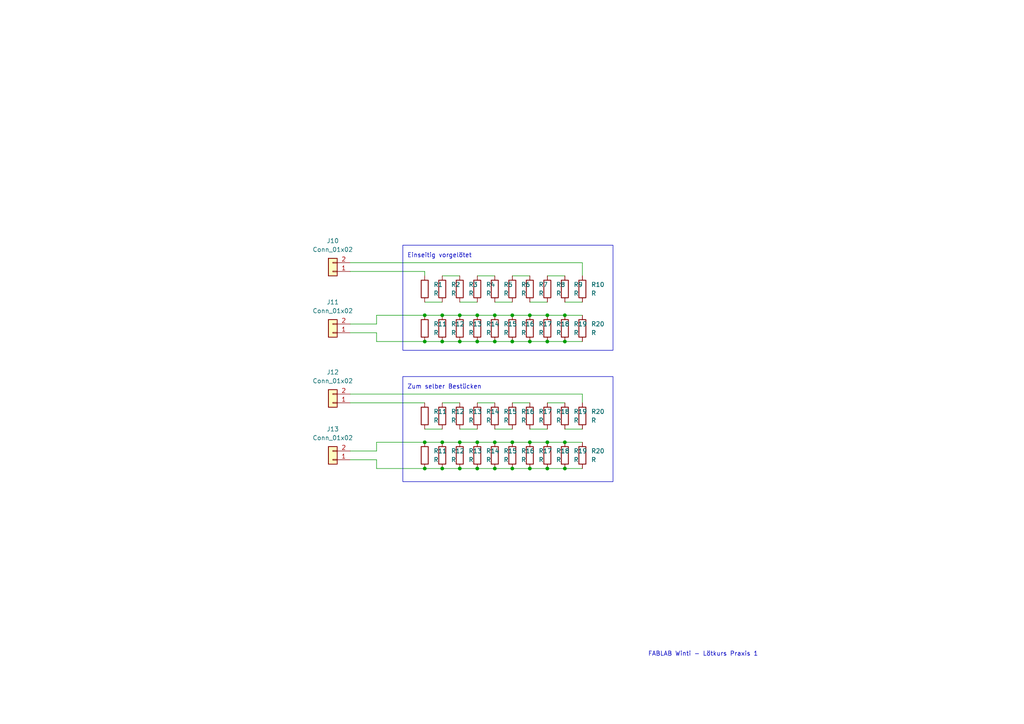
<source format=kicad_sch>
(kicad_sch (version 20230121) (generator eeschema)
  (paper "A4")
  (lib_symbols
    (symbol "Connector_Generic:Conn_01x02" (pin_names (offset 1.016) hide)
      (property "Reference" "J" (at 0 2.54 0))
      (property "Value" "Conn_01x02" (at 0 -5.08 0))
      (symbol "Conn_01x02_1_1"
        (rectangle (start -1.27 -2.413) (end 0 -2.667) (stroke (width 0.1524)))
        (rectangle (start -1.27 0.127) (end 0 -0.127) (stroke (width 0.1524)))
        (rectangle (start -1.27 1.27) (end 1.27 -3.81) (stroke (width 0.254)) (fill (type background)))
        (pin passive line (at -5.08 0 0) (length 3.81) (name "Pin_1") (number "1"))
        (pin passive line (at -5.08 -2.54 0) (length 3.81) (name "Pin_2") (number "2"))
      )
    )
    (symbol "Device:R" (pin_numbers hide) (pin_names (offset 0))
      (property "Reference" "R" (at 2.032 0 90))
      (property "Value" "R" (at 0 0 90))
      (symbol "R_0_1"
        (rectangle (start -1.016 -2.54) (end 1.016 2.54) (stroke (width 0.254)))
      )
      (symbol "R_1_1"
        (pin passive line (at 0 3.81 270) (length 1.27) (name "~") (number "1"))
        (pin passive line (at 0 -3.81 90) (length 1.27) (name "~") (number "2"))
      )
    )
  )
  (junction (at 163.83 135.89))
  (junction (at 148.59 128.27))
  (junction (at 123.19 99.06))
  (junction (at 123.19 135.89))
  (junction (at 138.43 91.44))
  (junction (at 158.75 128.27))
  (junction (at 138.43 135.89))
  (junction (at 143.51 91.44))
  (junction (at 128.27 135.89))
  (junction (at 158.75 135.89))
  (junction (at 128.27 99.06))
  (junction (at 123.19 91.44))
  (junction (at 158.75 99.06))
  (junction (at 158.75 91.44))
  (junction (at 143.51 128.27))
  (junction (at 133.35 91.44))
  (junction (at 133.35 135.89))
  (junction (at 128.27 128.27))
  (junction (at 128.27 91.44))
  (junction (at 133.35 128.27))
  (junction (at 138.43 99.06))
  (junction (at 123.19 128.27))
  (junction (at 163.83 99.06))
  (junction (at 153.67 128.27))
  (junction (at 143.51 135.89))
  (junction (at 153.67 91.44))
  (junction (at 148.59 99.06))
  (junction (at 153.67 99.06))
  (junction (at 143.51 99.06))
  (junction (at 138.43 128.27))
  (junction (at 163.83 128.27))
  (junction (at 148.59 135.89))
  (junction (at 133.35 99.06))
  (junction (at 153.67 135.89))
  (junction (at 148.59 91.44))
  (junction (at 163.83 91.44))
  (wire (pts (xy 109.22 96.52) (xy 109.22 99.06)))
  (wire (pts (xy 109.22 93.98) (xy 109.22 91.44)))
  (wire (pts (xy 109.22 135.89) (xy 123.19 135.89)))
  (wire (pts (xy 158.75 128.27) (xy 163.83 128.27)))
  (wire (pts (xy 128.27 135.89) (xy 133.35 135.89)))
  (wire (pts (xy 138.43 116.84) (xy 143.51 116.84)))
  (wire (pts (xy 163.83 87.63) (xy 168.91 87.63)))
  (wire (pts (xy 138.43 80.01) (xy 143.51 80.01)))
  (wire (pts (xy 101.6 96.52) (xy 109.22 96.52)))
  (wire (pts (xy 143.51 87.63) (xy 148.59 87.63)))
  (wire (pts (xy 158.75 91.44) (xy 163.83 91.44)))
  (wire (pts (xy 153.67 135.89) (xy 158.75 135.89)))
  (wire (pts (xy 148.59 135.89) (xy 153.67 135.89)))
  (wire (pts (xy 128.27 80.01) (xy 133.35 80.01)))
  (wire (pts (xy 158.75 80.01) (xy 163.83 80.01)))
  (wire (pts (xy 109.22 133.35) (xy 109.22 135.89)))
  (wire (pts (xy 143.51 91.44) (xy 148.59 91.44)))
  (wire (pts (xy 143.51 99.06) (xy 148.59 99.06)))
  (wire (pts (xy 109.22 128.27) (xy 123.19 128.27)))
  (wire (pts (xy 153.67 91.44) (xy 158.75 91.44)))
  (wire (pts (xy 101.6 78.74) (xy 123.19 78.74)))
  (wire (pts (xy 123.19 87.63) (xy 128.27 87.63)))
  (wire (pts (xy 148.59 116.84) (xy 153.67 116.84)))
  (wire (pts (xy 148.59 99.06) (xy 153.67 99.06)))
  (wire (pts (xy 123.19 128.27) (xy 128.27 128.27)))
  (wire (pts (xy 163.83 91.44) (xy 168.91 91.44)))
  (wire (pts (xy 101.6 76.2) (xy 168.91 76.2)))
  (wire (pts (xy 109.22 99.06) (xy 123.19 99.06)))
  (wire (pts (xy 163.83 124.46) (xy 168.91 124.46)))
  (wire (pts (xy 153.67 87.63) (xy 158.75 87.63)))
  (wire (pts (xy 133.35 135.89) (xy 138.43 135.89)))
  (wire (pts (xy 123.19 99.06) (xy 128.27 99.06)))
  (wire (pts (xy 158.75 99.06) (xy 163.83 99.06)))
  (wire (pts (xy 101.6 93.98) (xy 109.22 93.98)))
  (wire (pts (xy 148.59 128.27) (xy 153.67 128.27)))
  (wire (pts (xy 143.51 124.46) (xy 148.59 124.46)))
  (wire (pts (xy 101.6 133.35) (xy 109.22 133.35)))
  (wire (pts (xy 143.51 135.89) (xy 148.59 135.89)))
  (wire (pts (xy 109.22 130.81) (xy 109.22 128.27)))
  (wire (pts (xy 153.67 128.27) (xy 158.75 128.27)))
  (wire (pts (xy 148.59 91.44) (xy 153.67 91.44)))
  (wire (pts (xy 138.43 91.44) (xy 143.51 91.44)))
  (wire (pts (xy 128.27 91.44) (xy 133.35 91.44)))
  (wire (pts (xy 123.19 124.46) (xy 128.27 124.46)))
  (wire (pts (xy 133.35 91.44) (xy 138.43 91.44)))
  (wire (pts (xy 153.67 124.46) (xy 158.75 124.46)))
  (wire (pts (xy 138.43 135.89) (xy 143.51 135.89)))
  (wire (pts (xy 133.35 128.27) (xy 138.43 128.27)))
  (wire (pts (xy 168.91 76.2) (xy 168.91 80.01)))
  (wire (pts (xy 133.35 87.63) (xy 138.43 87.63)))
  (wire (pts (xy 163.83 135.89) (xy 168.91 135.89)))
  (wire (pts (xy 128.27 128.27) (xy 133.35 128.27)))
  (wire (pts (xy 153.67 99.06) (xy 158.75 99.06)))
  (wire (pts (xy 158.75 135.89) (xy 163.83 135.89)))
  (wire (pts (xy 148.59 80.01) (xy 153.67 80.01)))
  (wire (pts (xy 101.6 130.81) (xy 109.22 130.81)))
  (wire (pts (xy 143.51 128.27) (xy 148.59 128.27)))
  (wire (pts (xy 101.6 114.3) (xy 168.91 114.3)))
  (wire (pts (xy 133.35 99.06) (xy 138.43 99.06)))
  (wire (pts (xy 163.83 99.06) (xy 168.91 99.06)))
  (wire (pts (xy 168.91 114.3) (xy 168.91 116.84)))
  (wire (pts (xy 123.19 135.89) (xy 128.27 135.89)))
  (wire (pts (xy 123.19 78.74) (xy 123.19 80.01)))
  (wire (pts (xy 158.75 116.84) (xy 163.83 116.84)))
  (wire (pts (xy 109.22 91.44) (xy 123.19 91.44)))
  (wire (pts (xy 128.27 99.06) (xy 133.35 99.06)))
  (wire (pts (xy 128.27 116.84) (xy 133.35 116.84)))
  (wire (pts (xy 101.6 116.84) (xy 123.19 116.84)))
  (wire (pts (xy 163.83 128.27) (xy 168.91 128.27)))
  (wire (pts (xy 138.43 99.06) (xy 143.51 99.06)))
  (wire (pts (xy 123.19 91.44) (xy 128.27 91.44)))
  (wire (pts (xy 133.35 124.46) (xy 138.43 124.46)))
  (wire (pts (xy 138.43 128.27) (xy 143.51 128.27)))
  (rectangle (start 116.84 109.22) (end 177.8 139.7))
  (rectangle (start 116.84 71.12) (end 177.8 101.6))
  (text "Einseitig vorgelötet" (at 118.11 74.93 0) (effects (font (size 1.27 1.27)) (justify left bottom)))
  (text "FABLAB Winti - Lötkurs Praxis 1" (at 187.96 190.5 0) (effects (font (size 1.27 1.27)) (justify left bottom)))
  (text "Zum selber Bestücken" (at 118.11 113.03 0) (effects (font (size 1.27 1.27)) (justify left bottom)))
  (symbol (lib_id "Device:R") (at 168.91 132.08 0) (unit 1)
    (property "Reference" "R20" (at 171.45 130.81 0) (effects (justify left)))
    (property "Value" "R" (at 171.45 133.35 0) (effects (justify left)))
    (property "Footprint" "Resistor_SMD:R_0805_2012Metric" (effects hide))
    (instances (project "FLW_EkGk_Handlöten_PCB1" (path "" (reference "R20") (unit 1)) (path "" (reference "R49") (unit 1))))
  )
  (symbol (lib_id "Device:R") (at 133.35 120.65 0) (unit 1)
    (property "Reference" "R13" (at 135.89 119.38 0) (effects (justify left)))
    (property "Value" "R" (at 135.89 121.92 0) (effects (justify left)))
    (property "Footprint" "Resistor_SMD:R_1206_3216Metric" (effects hide))
    (instances (project "FLW_EkGk_Handlöten_PCB1" (path "" (reference "R13") (unit 1)) (path "" (reference "R32") (unit 1))))
  )
  (symbol (lib_id "Device:R") (at 148.59 120.65 0) (unit 1)
    (property "Reference" "R16" (at 151.13 119.38 0) (effects (justify left)))
    (property "Value" "R" (at 151.13 121.92 0) (effects (justify left)))
    (property "Footprint" "Resistor_SMD:R_1206_3216Metric" (effects hide))
    (instances (project "FLW_EkGk_Handlöten_PCB1" (path "" (reference "R16") (unit 1)) (path "" (reference "R35") (unit 1))))
  )
  (symbol (lib_id "Device:R") (at 138.43 120.65 0) (unit 1)
    (property "Reference" "R14" (at 140.97 119.38 0) (effects (justify left)))
    (property "Value" "R" (at 140.97 121.92 0) (effects (justify left)))
    (property "Footprint" "Resistor_SMD:R_1206_3216Metric" (effects hide))
    (instances (project "FLW_EkGk_Handlöten_PCB1" (path "" (reference "R14") (unit 1)) (path "" (reference "R33") (unit 1))))
  )
  (symbol (lib_id "Device:R") (at 153.67 95.25 0) (unit 1)
    (property "Reference" "R17" (at 156.21 93.98 0) (effects (justify left)))
    (property "Value" "R" (at 156.21 96.52 0) (effects (justify left)))
    (property "Footprint" "Resistor_SMD:R_0805_2012Metric" (effects hide))
    (instances (project "FLW_EkGk_Handlöten_PCB1" (path "" (reference "R17") (unit 1)) (path "" (reference "R26") (unit 1))))
  )
  (symbol (lib_id "Device:R") (at 128.27 83.82 0) (unit 1)
    (property "Reference" "R2" (at 130.81 82.55 0) (effects (justify left)))
    (property "Value" "R" (at 130.81 85.09 0) (effects (justify left)))
    (property "Footprint" "Resistor_SMD:R_1206_3216Metric" (effects hide))
    (instances (project "FLW_EkGk_Handlöten_PCB1" (path "" (reference "R2") (unit 1)) (path "" (reference "R11") (unit 1))))
  )
  (symbol (lib_id "Device:R") (at 163.83 120.65 0) (unit 1)
    (property "Reference" "R19" (at 166.37 119.38 0) (effects (justify left)))
    (property "Value" "R" (at 166.37 121.92 0) (effects (justify left)))
    (property "Footprint" "Resistor_SMD:R_1206_3216Metric" (effects hide))
    (instances (project "FLW_EkGk_Handlöten_PCB1" (path "" (reference "R19") (unit 1)) (path "" (reference "R38") (unit 1))))
  )
  (symbol (lib_id "Device:R") (at 138.43 83.82 0) (unit 1)
    (property "Reference" "R4" (at 140.97 82.55 0) (effects (justify left)))
    (property "Value" "R" (at 140.97 85.09 0) (effects (justify left)))
    (property "Footprint" "Resistor_SMD:R_1206_3216Metric" (effects hide))
    (instances (project "FLW_EkGk_Handlöten_PCB1" (path "" (reference "R4") (unit 1)) (path "" (reference "R13") (unit 1))))
  )
  (symbol (lib_id "Device:R") (at 158.75 95.25 0) (unit 1)
    (property "Reference" "R18" (at 161.29 93.98 0) (effects (justify left)))
    (property "Value" "R" (at 161.29 96.52 0) (effects (justify left)))
    (property "Footprint" "Resistor_SMD:R_0805_2012Metric" (effects hide))
    (instances (project "FLW_EkGk_Handlöten_PCB1" (path "" (reference "R18") (unit 1)) (path "" (reference "R27") (unit 1))))
  )
  (symbol (lib_id "Device:R") (at 163.83 95.25 0) (unit 1)
    (property "Reference" "R19" (at 166.37 93.98 0) (effects (justify left)))
    (property "Value" "R" (at 166.37 96.52 0) (effects (justify left)))
    (property "Footprint" "Resistor_SMD:R_0805_2012Metric" (effects hide))
    (instances (project "FLW_EkGk_Handlöten_PCB1" (path "" (reference "R19") (unit 1)) (path "" (reference "R28") (unit 1))))
  )
  (symbol (lib_id "Device:R") (at 128.27 120.65 0) (unit 1)
    (property "Reference" "R12" (at 130.81 119.38 0) (effects (justify left)))
    (property "Value" "R" (at 130.81 121.92 0) (effects (justify left)))
    (property "Footprint" "Resistor_SMD:R_1206_3216Metric" (effects hide))
    (instances (project "FLW_EkGk_Handlöten_PCB1" (path "" (reference "R12") (unit 1)) (path "" (reference "R31") (unit 1))))
  )
  (symbol (lib_id "Device:R") (at 148.59 83.82 0) (unit 1)
    (property "Reference" "R6" (at 151.13 82.55 0) (effects (justify left)))
    (property "Value" "R" (at 151.13 85.09 0) (effects (justify left)))
    (property "Footprint" "Resistor_SMD:R_1206_3216Metric" (effects hide))
    (instances (project "FLW_EkGk_Handlöten_PCB1" (path "" (reference "R6") (unit 1)) (path "" (reference "R15") (unit 1))))
  )
  (symbol (lib_id "Device:R") (at 168.91 83.82 0) (unit 1)
    (property "Reference" "R10" (at 171.45 82.55 0) (effects (justify left)))
    (property "Value" "R" (at 171.45 85.09 0) (effects (justify left)))
    (property "Footprint" "Resistor_SMD:R_1206_3216Metric" (effects hide))
    (instances (project "FLW_EkGk_Handlöten_PCB1" (path "" (reference "R10") (unit 1)) (path "" (reference "R19") (unit 1))))
  )
  (symbol (lib_id "Device:R") (at 133.35 83.82 0) (unit 1)
    (property "Reference" "R3" (at 135.89 82.55 0) (effects (justify left)))
    (property "Value" "R" (at 135.89 85.09 0) (effects (justify left)))
    (property "Footprint" "Resistor_SMD:R_1206_3216Metric" (effects hide))
    (instances (project "FLW_EkGk_Handlöten_PCB1" (path "" (reference "R3") (unit 1)) (path "" (reference "R12") (unit 1))))
  )
  (symbol (lib_id "Device:R") (at 123.19 120.65 0) (unit 1)
    (property "Reference" "R11" (at 125.73 119.38 0) (effects (justify left)))
    (property "Value" "R" (at 125.73 121.92 0) (effects (justify left)))
    (property "Footprint" "Resistor_SMD:R_1206_3216Metric" (effects hide))
    (instances (project "FLW_EkGk_Handlöten_PCB1" (path "" (reference "R11") (unit 1)) (path "" (reference "R30") (unit 1))))
  )
  (symbol (lib_id "Device:R") (at 168.91 120.65 0) (unit 1)
    (property "Reference" "R20" (at 171.45 119.38 0) (effects (justify left)))
    (property "Value" "R" (at 171.45 121.92 0) (effects (justify left)))
    (property "Footprint" "Resistor_SMD:R_1206_3216Metric" (effects hide))
    (instances (project "FLW_EkGk_Handlöten_PCB1" (path "" (reference "R20") (unit 1)) (path "" (reference "R39") (unit 1))))
  )
  (symbol (lib_id "Device:R") (at 158.75 132.08 0) (unit 1)
    (property "Reference" "R18" (at 161.29 130.81 0) (effects (justify left)))
    (property "Value" "R" (at 161.29 133.35 0) (effects (justify left)))
    (property "Footprint" "Resistor_SMD:R_0805_2012Metric" (effects hide))
    (instances (project "FLW_EkGk_Handlöten_PCB1" (path "" (reference "R18") (unit 1)) (path "" (reference "R47") (unit 1))))
  )
  (symbol (lib_id "Connector_Generic:Conn_01x02") (at 96.52 78.74 180) (unit 1)
    (property "Reference" "J10" (at 96.52 69.85 0))
    (property "Value" "Conn_01x02" (at 96.52 72.39 0))
    (property "Footprint" "Connector_PinHeader_2.54mm:PinHeader_1x02_P2.54mm_Horizontal" (effects hide))
  )
  (symbol (lib_id "Device:R") (at 153.67 132.08 0) (unit 1)
    (property "Reference" "R17" (at 156.21 130.81 0) (effects (justify left)))
    (property "Value" "R" (at 156.21 133.35 0) (effects (justify left)))
    (property "Footprint" "Resistor_SMD:R_0805_2012Metric" (effects hide))
    (instances (project "FLW_EkGk_Handlöten_PCB1" (path "" (reference "R17") (unit 1)) (path "" (reference "R46") (unit 1))))
  )
  (symbol (lib_id "Device:R") (at 158.75 83.82 0) (unit 1)
    (property "Reference" "R8" (at 161.29 82.55 0) (effects (justify left)))
    (property "Value" "R" (at 161.29 85.09 0) (effects (justify left)))
    (property "Footprint" "Resistor_SMD:R_1206_3216Metric" (effects hide))
    (instances (project "FLW_EkGk_Handlöten_PCB1" (path "" (reference "R8") (unit 1)) (path "" (reference "R17") (unit 1))))
  )
  (symbol (lib_id "Device:R") (at 133.35 95.25 0) (unit 1)
    (property "Reference" "R13" (at 135.89 93.98 0) (effects (justify left)))
    (property "Value" "R" (at 135.89 96.52 0) (effects (justify left)))
    (property "Footprint" "Resistor_SMD:R_0805_2012Metric" (effects hide))
    (instances (project "FLW_EkGk_Handlöten_PCB1" (path "" (reference "R13") (unit 1)) (path "" (reference "R22") (unit 1))))
  )
  (symbol (lib_id "Device:R") (at 143.51 95.25 0) (unit 1)
    (property "Reference" "R15" (at 146.05 93.98 0) (effects (justify left)))
    (property "Value" "R" (at 146.05 96.52 0) (effects (justify left)))
    (property "Footprint" "Resistor_SMD:R_0805_2012Metric" (effects hide))
    (instances (project "FLW_EkGk_Handlöten_PCB1" (path "" (reference "R15") (unit 1)) (path "" (reference "R24") (unit 1))))
  )
  (symbol (lib_id "Device:R") (at 148.59 132.08 0) (unit 1)
    (property "Reference" "R16" (at 151.13 130.81 0) (effects (justify left)))
    (property "Value" "R" (at 151.13 133.35 0) (effects (justify left)))
    (property "Footprint" "Resistor_SMD:R_0805_2012Metric" (effects hide))
    (instances (project "FLW_EkGk_Handlöten_PCB1" (path "" (reference "R16") (unit 1)) (path "" (reference "R45") (unit 1))))
  )
  (symbol (lib_id "Device:R") (at 138.43 132.08 0) (unit 1)
    (property "Reference" "R14" (at 140.97 130.81 0) (effects (justify left)))
    (property "Value" "R" (at 140.97 133.35 0) (effects (justify left)))
    (property "Footprint" "Resistor_SMD:R_0805_2012Metric" (effects hide))
    (instances (project "FLW_EkGk_Handlöten_PCB1" (path "" (reference "R14") (unit 1)) (path "" (reference "R43") (unit 1))))
  )
  (symbol (lib_id "Device:R") (at 143.51 83.82 0) (unit 1)
    (property "Reference" "R5" (at 146.05 82.55 0) (effects (justify left)))
    (property "Value" "R" (at 146.05 85.09 0) (effects (justify left)))
    (property "Footprint" "Resistor_SMD:R_1206_3216Metric" (effects hide))
    (instances (project "FLW_EkGk_Handlöten_PCB1" (path "" (reference "R5") (unit 1)) (path "" (reference "R14") (unit 1))))
  )
  (symbol (lib_id "Device:R") (at 163.83 132.08 0) (unit 1)
    (property "Reference" "R19" (at 166.37 130.81 0) (effects (justify left)))
    (property "Value" "R" (at 166.37 133.35 0) (effects (justify left)))
    (property "Footprint" "Resistor_SMD:R_0805_2012Metric" (effects hide))
    (instances (project "FLW_EkGk_Handlöten_PCB1" (path "" (reference "R19") (unit 1)) (path "" (reference "R48") (unit 1))))
  )
  (symbol (lib_id "Connector_Generic:Conn_01x02") (at 96.52 116.84 180) (unit 1)
    (property "Reference" "J12" (at 96.52 107.95 0))
    (property "Value" "Conn_01x02" (at 96.52 110.49 0))
    (property "Footprint" "Connector_PinHeader_2.54mm:PinHeader_1x02_P2.54mm_Horizontal" (effects hide))
  )
  (symbol (lib_id "Device:R") (at 123.19 95.25 0) (unit 1)
    (property "Reference" "R11" (at 125.73 93.98 0) (effects (justify left)))
    (property "Value" "R" (at 125.73 96.52 0) (effects (justify left)))
    (property "Footprint" "Resistor_SMD:R_0805_2012Metric" (effects hide))
    (instances (project "FLW_EkGk_Handlöten_PCB1" (path "" (reference "R11") (unit 1)) (path "" (reference "R20") (unit 1))))
  )
  (symbol (lib_id "Device:R") (at 138.43 95.25 0) (unit 1)
    (property "Reference" "R14" (at 140.97 93.98 0) (effects (justify left)))
    (property "Value" "R" (at 140.97 96.52 0) (effects (justify left)))
    (property "Footprint" "Resistor_SMD:R_0805_2012Metric" (effects hide))
    (instances (project "FLW_EkGk_Handlöten_PCB1" (path "" (reference "R14") (unit 1)) (path "" (reference "R23") (unit 1))))
  )
  (symbol (lib_id "Device:R") (at 158.75 120.65 0) (unit 1)
    (property "Reference" "R18" (at 161.29 119.38 0) (effects (justify left)))
    (property "Value" "R" (at 161.29 121.92 0) (effects (justify left)))
    (property "Footprint" "Resistor_SMD:R_1206_3216Metric" (effects hide))
    (instances (project "FLW_EkGk_Handlöten_PCB1" (path "" (reference "R18") (unit 1)) (path "" (reference "R37") (unit 1))))
  )
  (symbol (lib_id "Connector_Generic:Conn_01x02") (at 96.52 96.52 180) (unit 1)
    (property "Reference" "J11" (at 96.52 87.63 0))
    (property "Value" "Conn_01x02" (at 96.52 90.17 0))
    (property "Footprint" "Connector_PinHeader_2.54mm:PinHeader_1x02_P2.54mm_Horizontal" (effects hide))
  )
  (symbol (lib_id "Device:R") (at 148.59 95.25 0) (unit 1)
    (property "Reference" "R16" (at 151.13 93.98 0) (effects (justify left)))
    (property "Value" "R" (at 151.13 96.52 0) (effects (justify left)))
    (property "Footprint" "Resistor_SMD:R_0805_2012Metric" (effects hide))
    (instances (project "FLW_EkGk_Handlöten_PCB1" (path "" (reference "R16") (unit 1)) (path "" (reference "R25") (unit 1))))
  )
  (symbol (lib_id "Device:R") (at 123.19 132.08 0) (unit 1)
    (property "Reference" "R11" (at 125.73 130.81 0) (effects (justify left)))
    (property "Value" "R" (at 125.73 133.35 0) (effects (justify left)))
    (property "Footprint" "Resistor_SMD:R_0805_2012Metric" (effects hide))
    (instances (project "FLW_EkGk_Handlöten_PCB1" (path "" (reference "R11") (unit 1)) (path "" (reference "R40") (unit 1))))
  )
  (symbol (lib_id "Device:R") (at 128.27 132.08 0) (unit 1)
    (property "Reference" "R12" (at 130.81 130.81 0) (effects (justify left)))
    (property "Value" "R" (at 130.81 133.35 0) (effects (justify left)))
    (property "Footprint" "Resistor_SMD:R_0805_2012Metric" (effects hide))
    (instances (project "FLW_EkGk_Handlöten_PCB1" (path "" (reference "R12") (unit 1)) (path "" (reference "R41") (unit 1))))
  )
  (symbol (lib_id "Device:R") (at 163.83 83.82 0) (unit 1)
    (property "Reference" "R9" (at 166.37 82.55 0) (effects (justify left)))
    (property "Value" "R" (at 166.37 85.09 0) (effects (justify left)))
    (property "Footprint" "Resistor_SMD:R_1206_3216Metric" (effects hide))
    (instances (project "FLW_EkGk_Handlöten_PCB1" (path "" (reference "R9") (unit 1)) (path "" (reference "R18") (unit 1))))
  )
  (symbol (lib_id "Device:R") (at 153.67 120.65 0) (unit 1)
    (property "Reference" "R17" (at 156.21 119.38 0) (effects (justify left)))
    (property "Value" "R" (at 156.21 121.92 0) (effects (justify left)))
    (property "Footprint" "Resistor_SMD:R_1206_3216Metric" (effects hide))
    (instances (project "FLW_EkGk_Handlöten_PCB1" (path "" (reference "R17") (unit 1)) (path "" (reference "R36") (unit 1))))
  )
  (symbol (lib_id "Connector_Generic:Conn_01x02") (at 96.52 133.35 180) (unit 1)
    (property "Reference" "J13" (at 96.52 124.46 0))
    (property "Value" "Conn_01x02" (at 96.52 127 0))
    (property "Footprint" "Connector_PinHeader_2.54mm:PinHeader_1x02_P2.54mm_Horizontal" (effects hide))
  )
  (symbol (lib_id "Device:R") (at 153.67 83.82 0) (unit 1)
    (property "Reference" "R7" (at 156.21 82.55 0) (effects (justify left)))
    (property "Value" "R" (at 156.21 85.09 0) (effects (justify left)))
    (property "Footprint" "Resistor_SMD:R_1206_3216Metric" (effects hide))
    (instances (project "FLW_EkGk_Handlöten_PCB1" (path "" (reference "R7") (unit 1)) (path "" (reference "R16") (unit 1))))
  )
  (symbol (lib_id "Device:R") (at 168.91 95.25 0) (unit 1)
    (property "Reference" "R20" (at 171.45 93.98 0) (effects (justify left)))
    (property "Value" "R" (at 171.45 96.52 0) (effects (justify left)))
    (property "Footprint" "Resistor_SMD:R_0805_2012Metric" (effects hide))
    (instances (project "FLW_EkGk_Handlöten_PCB1" (path "" (reference "R20") (unit 1)) (path "" (reference "R29") (unit 1))))
  )
  (symbol (lib_id "Device:R") (at 143.51 132.08 0) (unit 1)
    (property "Reference" "R15" (at 146.05 130.81 0) (effects (justify left)))
    (property "Value" "R" (at 146.05 133.35 0) (effects (justify left)))
    (property "Footprint" "Resistor_SMD:R_0805_2012Metric" (effects hide))
    (instances (project "FLW_EkGk_Handlöten_PCB1" (path "" (reference "R15") (unit 1)) (path "" (reference "R44") (unit 1))))
  )
  (symbol (lib_id "Device:R") (at 128.27 95.25 0) (unit 1)
    (property "Reference" "R12" (at 130.81 93.98 0) (effects (justify left)))
    (property "Value" "R" (at 130.81 96.52 0) (effects (justify left)))
    (property "Footprint" "Resistor_SMD:R_0805_2012Metric" (effects hide))
    (instances (project "FLW_EkGk_Handlöten_PCB1" (path "" (reference "R12") (unit 1)) (path "" (reference "R21") (unit 1))))
  )
  (symbol (lib_id "Device:R") (at 143.51 120.65 0) (unit 1)
    (property "Reference" "R15" (at 146.05 119.38 0) (effects (justify left)))
    (property "Value" "R" (at 146.05 121.92 0) (effects (justify left)))
    (property "Footprint" "Resistor_SMD:R_1206_3216Metric" (effects hide))
    (instances (project "FLW_EkGk_Handlöten_PCB1" (path "" (reference "R15") (unit 1)) (path "" (reference "R34") (unit 1))))
  )
  (symbol (lib_id "Device:R") (at 133.35 132.08 0) (unit 1)
    (property "Reference" "R13" (at 135.89 130.81 0) (effects (justify left)))
    (property "Value" "R" (at 135.89 133.35 0) (effects (justify left)))
    (property "Footprint" "Resistor_SMD:R_0805_2012Metric" (effects hide))
    (instances (project "FLW_EkGk_Handlöten_PCB1" (path "" (reference "R13") (unit 1)) (path "" (reference "R42") (unit 1))))
  )
  (symbol (lib_id "Device:R") (at 123.19 83.82 0) (unit 1)
    (property "Reference" "R1" (at 125.73 82.55 0) (effects (justify left)))
    (property "Value" "R" (at 125.73 85.09 0) (effects (justify left)))
    (property "Footprint" "Resistor_SMD:R_1206_3216Metric" (effects hide))
    (instances (project "FLW_EkGk_Handlöten_PCB1" (path "" (reference "R1") (unit 1)) (path "" (reference "R10") (unit 1))))
  )
)
</source>
